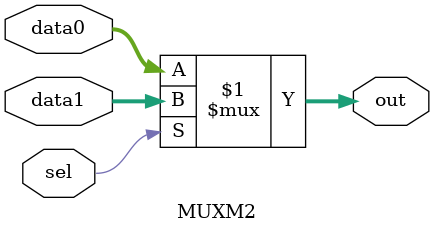
<source format=v>
`timescale 1ns / 1ps

module MUXM2(out,
             data0,
             data1,
             sel);
output[3:0] out;
input[3:0] data0,
           data1; 
input sel;

assign out=sel?data1:data0;                       
endmodule

</source>
